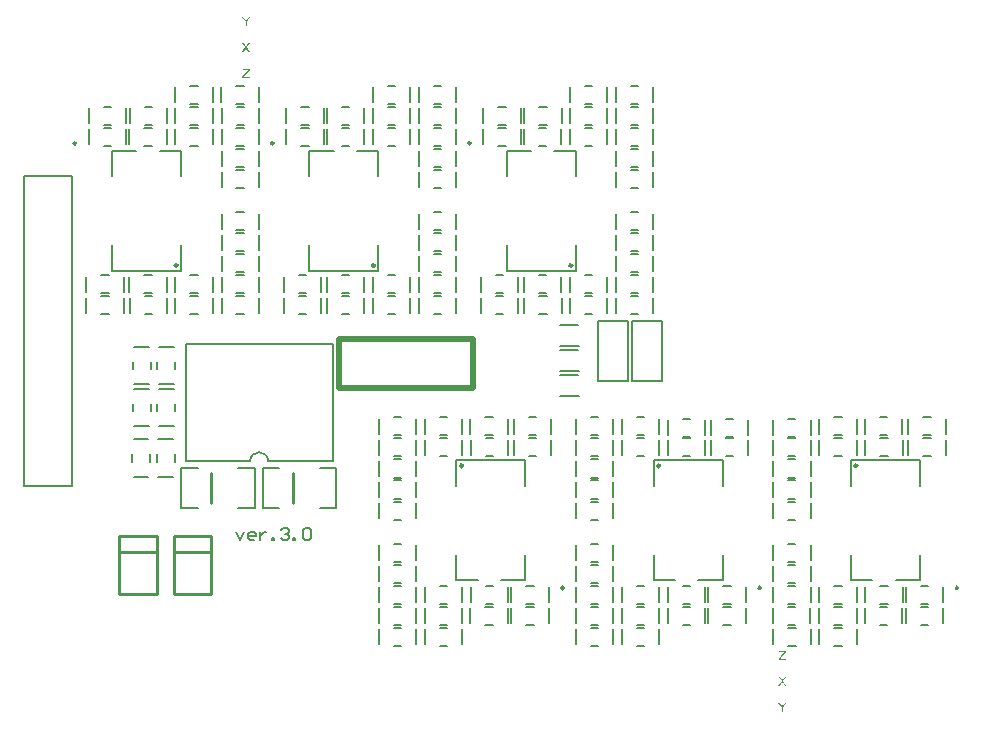
<source format=gto>
G04*
G04 #@! TF.GenerationSoftware,Altium Limited,Altium Designer,22.1.2 (22)*
G04*
G04 Layer_Color=439754*
%FSAX42Y42*%
%MOMM*%
G71*
G04*
G04 #@! TF.SameCoordinates,0EE806D4-B871-489F-9783-670BAA343DA3*
G04*
G04*
G04 #@! TF.FilePolarity,Positive*
G04*
G01*
G75*
%ADD10C,0.25*%
%ADD11C,0.25*%
%ADD12C,0.15*%
%ADD13C,0.20*%
%ADD14C,0.15*%
%ADD15C,0.50*%
G36*
X002130Y006145D02*
Y006113D01*
X002120D01*
Y006145D01*
X002090Y006190D01*
X002101D01*
X002116Y006167D01*
X002118Y006164D01*
X002120Y006162D01*
X002121Y006159D01*
X002122Y006158D01*
X002122Y006157D01*
X002123Y006157D01*
X002123Y006156D01*
X002124Y006155D01*
X002124Y006155D01*
X002124Y006154D01*
X002125Y006154D01*
X002125Y006154D01*
X002125Y006154D01*
X002126Y006156D01*
X002127Y006158D01*
X002129Y006160D01*
X002130Y006162D01*
X002131Y006163D01*
X002131Y006164D01*
X002131Y006165D01*
X002132Y006165D01*
X002132Y006166D01*
X002132Y006166D01*
X002132Y006166D01*
X002133Y006166D01*
X002148Y006190D01*
X002160D01*
X002130Y006145D01*
D02*
G37*
G36*
X002130Y005933D02*
X002160Y005893D01*
X002148D01*
X002128Y005919D01*
X002128Y005920D01*
X002127Y005921D01*
X002126Y005923D01*
X002125Y005924D01*
X002125Y005924D01*
X002125Y005925D01*
X002125Y005925D01*
Y005925D01*
X002123Y005923D01*
X002123Y005922D01*
X002122Y005922D01*
X002122Y005921D01*
X002122Y005921D01*
X002122Y005920D01*
X002121Y005920D01*
X002102Y005893D01*
X002090D01*
X002118Y005933D01*
X002092Y005970D01*
X002103D01*
X002118Y005949D01*
X002119Y005948D01*
X002121Y005946D01*
X002122Y005944D01*
X002122Y005943D01*
X002123Y005942D01*
X002124Y005941D01*
X002124Y005941D01*
X002124Y005941D01*
X002124Y005941D01*
Y005941D01*
X002125Y005942D01*
X002126Y005943D01*
X002127Y005945D01*
X002128Y005947D01*
X002129Y005948D01*
X002129Y005948D01*
X002130Y005949D01*
X002130Y005949D01*
X002130Y005950D01*
X002130Y005950D01*
X002130Y005950D01*
X002144Y005970D01*
X002157D01*
X002130Y005933D01*
D02*
G37*
G36*
X002154Y005741D02*
X002111Y005687D01*
X002106Y005682D01*
X002155D01*
Y005673D01*
X002094D01*
Y005682D01*
X002134Y005731D01*
X002134Y005731D01*
X002134Y005732D01*
X002134Y005732D01*
X002134Y005732D01*
X002135Y005733D01*
X002135Y005733D01*
X002136Y005735D01*
X002137Y005736D01*
X002139Y005738D01*
X002140Y005739D01*
X002142Y005741D01*
X002099D01*
Y005750D01*
X002154D01*
Y005741D01*
D02*
G37*
G36*
X006694Y000816D02*
X006650Y000762D01*
X006646Y000757D01*
X006695D01*
Y000748D01*
X006634D01*
Y000757D01*
X006673Y000807D01*
X006673Y000807D01*
X006674Y000807D01*
X006674Y000807D01*
X006674Y000807D01*
X006674Y000808D01*
X006675Y000808D01*
X006676Y000810D01*
X006677Y000811D01*
X006679Y000813D01*
X006680Y000814D01*
X006681Y000816D01*
X006638D01*
Y000825D01*
X006694D01*
Y000816D01*
D02*
G37*
G36*
X006672Y000568D02*
X006700Y000528D01*
X006688D01*
X006669Y000555D01*
X006668Y000555D01*
X006668Y000556D01*
X006668Y000556D01*
X006668Y000557D01*
X006667Y000558D01*
X006667Y000558D01*
X006665Y000560D01*
Y000560D01*
X006665Y000560D01*
X006665Y000559D01*
X006665Y000559D01*
X006664Y000558D01*
X006663Y000556D01*
X006662Y000555D01*
X006662Y000555D01*
X006642Y000528D01*
X006630D01*
X006660Y000568D01*
X006633Y000605D01*
X006646D01*
X006660Y000585D01*
X006660Y000585D01*
X006660Y000585D01*
X006660Y000585D01*
X006660Y000584D01*
X006661Y000584D01*
X006661Y000583D01*
X006662Y000582D01*
X006663Y000580D01*
X006664Y000579D01*
X006665Y000577D01*
X006666Y000576D01*
Y000576D01*
X006666Y000576D01*
X006666Y000576D01*
X006666Y000576D01*
X006667Y000577D01*
X006668Y000578D01*
X006668Y000580D01*
X006669Y000581D01*
X006671Y000583D01*
X006672Y000584D01*
X006687Y000605D01*
X006698D01*
X006672Y000568D01*
D02*
G37*
G36*
X006670Y000340D02*
Y000308D01*
X006660D01*
Y000340D01*
X006630Y000385D01*
X006642D01*
X006657Y000362D01*
X006658Y000362D01*
X006658Y000361D01*
X006658Y000361D01*
X006658Y000361D01*
X006659Y000360D01*
X006659Y000359D01*
X006659Y000358D01*
X006660Y000358D01*
X006661Y000356D01*
X006663Y000353D01*
X006664Y000351D01*
X006665Y000349D01*
X006665Y000349D01*
X006665Y000349D01*
X006666Y000349D01*
X006666Y000350D01*
X006666Y000350D01*
X006667Y000351D01*
X006667Y000352D01*
X006668Y000353D01*
X006668Y000354D01*
X006669Y000355D01*
X006670Y000357D01*
X006672Y000359D01*
X006674Y000362D01*
X006689Y000385D01*
X006700D01*
X006670Y000340D01*
D02*
G37*
D10*
X007300Y002390D02*
G03*
X007300Y002390I-000012J000000D01*
G01*
X005630D02*
G03*
X005630Y002390I-000012J000000D01*
G01*
X003960D02*
G03*
X003960Y002390I-000012J000000D01*
G01*
X004885Y004086D02*
G03*
X004885Y004086I-000012J000000D01*
G01*
X001545D02*
G03*
X001545Y004086I-000012J000000D01*
G01*
X003215D02*
G03*
X003215Y004086I-000012J000000D01*
G01*
D11*
X008154Y001355D02*
G03*
X008154Y001355I-000010J000000D01*
G01*
X006484D02*
G03*
X006484Y001355I-000010J000000D01*
G01*
X004814D02*
G03*
X004814Y001355I-000010J000000D01*
G01*
X004026Y005121D02*
G03*
X004026Y005121I-000010J000000D01*
G01*
X000686D02*
G03*
X000686Y005121I-000010J000000D01*
G01*
X002356D02*
G03*
X002356Y005121I-000010J000000D01*
G01*
X001511Y001301D02*
Y001656D01*
Y001301D02*
X001828D01*
Y001656D01*
X001511D02*
Y001796D01*
Y001656D02*
X001828D01*
Y001796D01*
X001511D02*
X001828D01*
X001052D02*
X001369D01*
X001052Y001656D02*
Y001796D01*
Y001656D02*
X001369D01*
Y001796D01*
X001052Y001301D02*
Y001656D01*
Y001301D02*
X001369D01*
Y001656D01*
X002519Y002073D02*
Y002327D01*
X001829Y002073D02*
Y002327D01*
D12*
X002311Y002428D02*
G03*
X002159Y002428I-000076J000000D01*
G01*
X001613D02*
X002159D01*
X002311D02*
X002858D01*
X001613Y003418D02*
X002858D01*
Y002428D02*
Y003418D01*
X001613Y002428D02*
Y003418D01*
D13*
X007246Y002220D02*
Y002438D01*
X007829Y002220D02*
Y002438D01*
Y001422D02*
Y001635D01*
X007246Y001422D02*
Y001635D01*
X007624Y001422D02*
X007829D01*
X007246Y002438D02*
X007829D01*
X007246Y001422D02*
X007427D01*
X005576D02*
X005757D01*
X005576Y002438D02*
X006159D01*
X005954Y001422D02*
X006159D01*
X005576D02*
Y001635D01*
X006159Y001422D02*
Y001635D01*
Y002220D02*
Y002438D01*
X005576Y002220D02*
Y002438D01*
X003906Y002220D02*
Y002438D01*
X004489Y002220D02*
Y002438D01*
Y001422D02*
Y001635D01*
X003906Y001422D02*
Y001635D01*
X004284Y001422D02*
X004489D01*
X003906Y002438D02*
X004489D01*
X003906Y001422D02*
X004087D01*
X004733Y005054D02*
X004914D01*
X004331Y004038D02*
X004914D01*
X004331Y005054D02*
X004536D01*
X004914Y004841D02*
Y005054D01*
X004331Y004841D02*
Y005054D01*
Y004038D02*
Y004256D01*
X004914Y004038D02*
Y004256D01*
X001574Y004038D02*
Y004256D01*
X000991Y004038D02*
Y004256D01*
Y004841D02*
Y005054D01*
X001574Y004841D02*
Y005054D01*
X000991D02*
X001196D01*
X000991Y004038D02*
X001574D01*
X001393Y005054D02*
X001574D01*
X003063D02*
X003244D01*
X002661Y004038D02*
X003244D01*
X002661Y005054D02*
X002866D01*
X003244Y004841D02*
Y005054D01*
X002661Y004841D02*
Y005054D01*
Y004038D02*
Y004256D01*
X003244Y004038D02*
Y004256D01*
X005105Y003109D02*
Y003617D01*
X005355Y003110D02*
Y003617D01*
X005105Y003109D02*
X005354D01*
X005105Y003617D02*
X005355D01*
X005395D02*
X005645D01*
X005395Y003109D02*
X005644D01*
X005645Y003110D02*
Y003617D01*
X005395Y003109D02*
Y003617D01*
X004780Y003372D02*
X004939Y003373D01*
X004780Y003192D02*
X004940D01*
X004780Y003582D02*
X004939Y003583D01*
X004780Y003402D02*
X004940D01*
X004780Y003160D02*
X004939Y003161D01*
X004780Y002980D02*
X004940D01*
X002265Y002030D02*
Y002370D01*
Y002030D02*
X002404D01*
X002265Y002370D02*
X002404D01*
X002887Y002030D02*
Y002370D01*
X002747D02*
X002887D01*
X002747Y002030D02*
X002887D01*
X001575D02*
Y002370D01*
Y002030D02*
X001714D01*
X001575Y002370D02*
X001714D01*
X002197Y002030D02*
Y002370D01*
X002057D02*
X002197D01*
X002057Y002030D02*
X002197D01*
X002040Y001827D02*
X002073Y001760D01*
X002107Y001827D01*
X002190Y001760D02*
X002157D01*
X002140Y001777D01*
Y001810D01*
X002157Y001827D01*
X002190D01*
X002207Y001810D01*
Y001793D01*
X002140D01*
X002240Y001827D02*
Y001760D01*
Y001793D01*
X002257Y001810D01*
X002273Y001827D01*
X002290D01*
X002340Y001760D02*
Y001777D01*
X002357D01*
Y001760D01*
X002340D01*
X002423Y001843D02*
X002440Y001860D01*
X002473D01*
X002490Y001843D01*
Y001827D01*
X002473Y001810D01*
X002457D01*
X002473D01*
X002490Y001793D01*
Y001777D01*
X002473Y001760D01*
X002440D01*
X002423Y001777D01*
X002523Y001760D02*
Y001777D01*
X002540D01*
Y001760D01*
X002523D01*
X002606Y001843D02*
X002623Y001860D01*
X002656D01*
X002673Y001843D01*
Y001777D01*
X002656Y001760D01*
X002623D01*
X002606Y001777D01*
Y001843D01*
D14*
X004240Y004001D02*
X004304D01*
X004240Y003849D02*
X004304D01*
X004113Y003862D02*
Y003989D01*
X004431Y003862D02*
Y003989D01*
X006166Y001221D02*
X006230D01*
X006166Y001373D02*
X006230D01*
X006357Y001233D02*
Y001360D01*
X006039Y001233D02*
Y001360D01*
X006713Y001042D02*
X006776D01*
X006713Y001195D02*
X006776D01*
X006903Y001055D02*
Y001182D01*
X006586Y001055D02*
Y001182D01*
X007836Y001042D02*
X007900D01*
X007836Y001195D02*
X007900D01*
X008026Y001055D02*
Y001182D01*
X007709Y001055D02*
Y001182D01*
X007836Y001221D02*
X007900D01*
X007836Y001373D02*
X007900D01*
X008027Y001233D02*
Y001360D01*
X007709Y001233D02*
Y001360D01*
X006713Y002112D02*
X006776D01*
X006713Y002265D02*
X006776D01*
X006904Y002125D02*
Y002252D01*
X006586Y002125D02*
Y002252D01*
X007491Y001042D02*
X007554D01*
X007491Y001195D02*
X007554D01*
X007681Y001055D02*
Y001182D01*
X007364Y001055D02*
Y001182D01*
X006713Y001551D02*
X006776D01*
X006713Y001399D02*
X006776D01*
X006586Y001412D02*
Y001539D01*
X006904Y001412D02*
Y001539D01*
X007493Y001373D02*
X007557D01*
X007493Y001221D02*
X007557D01*
X007366Y001233D02*
Y001360D01*
X007684Y001233D02*
Y001360D01*
X007856Y002647D02*
X007920D01*
X007856Y002799D02*
X007920D01*
X008047Y002660D02*
Y002787D01*
X007729Y002660D02*
Y002787D01*
X007856Y002469D02*
X007920D01*
X007856Y002621D02*
X007920D01*
X008047Y002481D02*
Y002608D01*
X007729Y002481D02*
Y002608D01*
X007103Y000864D02*
X007166D01*
X007103Y001016D02*
X007166D01*
X007293Y000877D02*
Y001004D01*
X006976Y000877D02*
Y001004D01*
X007103Y001195D02*
X007166D01*
X007103Y001042D02*
X007166D01*
X006976Y001055D02*
Y001182D01*
X007293Y001055D02*
Y001182D01*
X006713Y001373D02*
X006776D01*
X006713Y001221D02*
X006776D01*
X006586Y001233D02*
Y001360D01*
X006904Y001233D02*
Y001360D01*
X007490Y002799D02*
X007554D01*
X007490Y002647D02*
X007554D01*
X007363Y002660D02*
Y002787D01*
X007681Y002660D02*
Y002787D01*
X006713Y002290D02*
X006776D01*
X006713Y002443D02*
X006776D01*
X006904Y002303D02*
Y002430D01*
X006586Y002303D02*
Y002430D01*
X007104Y002799D02*
X007167D01*
X007104Y002647D02*
X007167D01*
X006976Y002660D02*
Y002787D01*
X007294Y002660D02*
Y002787D01*
X006713Y002789D02*
X006776D01*
X006713Y002637D02*
X006776D01*
X006586Y002650D02*
Y002777D01*
X006904Y002650D02*
Y002777D01*
X006713Y001577D02*
X006776D01*
X006713Y001730D02*
X006776D01*
X006904Y001590D02*
Y001717D01*
X006586Y001590D02*
Y001717D01*
X006713Y000864D02*
X006777D01*
X006713Y001016D02*
X006777D01*
X006904Y000877D02*
Y001004D01*
X006586Y000877D02*
Y001004D01*
X007104Y001221D02*
X007167D01*
X007104Y001373D02*
X007167D01*
X007294Y001233D02*
Y001360D01*
X006976Y001233D02*
Y001360D01*
X007493Y002469D02*
X007557D01*
X007493Y002621D02*
X007557D01*
X007684Y002481D02*
Y002608D01*
X007366Y002481D02*
Y002608D01*
X007103Y002469D02*
X007167D01*
X007103Y002621D02*
X007167D01*
X007294Y002481D02*
Y002608D01*
X006976Y002481D02*
Y002608D01*
X006713Y002469D02*
X006776D01*
X006713Y002621D02*
X006776D01*
X006904Y002481D02*
Y002608D01*
X006586Y002481D02*
Y002608D01*
X006713Y002086D02*
X006776D01*
X006713Y001934D02*
X006776D01*
X006586Y001947D02*
Y002074D01*
X006904Y001947D02*
Y002074D01*
X000247Y004847D02*
X000647D01*
X000247Y002219D02*
Y004847D01*
X000647Y002219D02*
Y004847D01*
X000247Y002219D02*
X000647D01*
X005306Y000877D02*
Y001004D01*
X005623Y000877D02*
Y001004D01*
X005433Y001016D02*
X005496D01*
X005433Y000864D02*
X005496D01*
X004369Y001055D02*
Y001182D01*
X004687Y001055D02*
Y001182D01*
X004496Y001195D02*
X004560D01*
X004496Y001042D02*
X004560D01*
X004369Y001233D02*
Y001360D01*
X004687Y001233D02*
Y001360D01*
X004496Y001373D02*
X004560D01*
X004496Y001221D02*
X004560D01*
X003246Y002125D02*
Y002252D01*
X003563Y002125D02*
Y002252D01*
X003373Y002265D02*
X003437D01*
X003373Y002112D02*
X003437D01*
X003637Y001233D02*
Y001360D01*
X003954Y001233D02*
Y001360D01*
X003763Y001373D02*
X003827D01*
X003763Y001221D02*
X003827D01*
X003563Y001947D02*
Y002074D01*
X003246Y001947D02*
Y002074D01*
X003373Y001934D02*
X003437D01*
X003373Y002086D02*
X003437D01*
X003246Y001590D02*
Y001717D01*
X003563Y001590D02*
Y001717D01*
X003373Y001730D02*
X003437D01*
X003373Y001577D02*
X003437D01*
X004024Y001055D02*
Y001182D01*
X004341Y001055D02*
Y001182D01*
X004151Y001195D02*
X004214D01*
X004151Y001042D02*
X004214D01*
X003246Y000877D02*
Y001004D01*
X003564Y000877D02*
Y001004D01*
X003373Y001016D02*
X003437D01*
X003373Y000864D02*
X003437D01*
X003563Y001412D02*
Y001539D01*
X003246Y001412D02*
Y001539D01*
X003373Y001399D02*
X003437D01*
X003373Y001551D02*
X003437D01*
X004344Y001233D02*
Y001360D01*
X004026Y001233D02*
Y001360D01*
X004153Y001221D02*
X004217D01*
X004153Y001373D02*
X004217D01*
X004389Y002481D02*
Y002608D01*
X004707Y002481D02*
Y002608D01*
X004516Y002621D02*
X004580D01*
X004516Y002469D02*
X004580D01*
X003953Y001055D02*
Y001182D01*
X003636Y001055D02*
Y001182D01*
X003763Y001042D02*
X003826D01*
X003763Y001195D02*
X003826D01*
X004341Y002660D02*
Y002787D01*
X004023Y002660D02*
Y002787D01*
X004150Y002647D02*
X004214D01*
X004150Y002799D02*
X004214D01*
X003954Y002660D02*
Y002787D01*
X003637Y002660D02*
Y002787D01*
X003763Y002647D02*
X003827D01*
X003763Y002799D02*
X003827D01*
X003636Y002481D02*
Y002608D01*
X003954Y002481D02*
Y002608D01*
X003763Y002621D02*
X003827D01*
X003763Y002469D02*
X003827D01*
X003246Y002481D02*
Y002608D01*
X003563Y002481D02*
Y002608D01*
X003373Y002621D02*
X003437D01*
X003373Y002469D02*
X003437D01*
X004389Y002660D02*
Y002787D01*
X004707Y002660D02*
Y002787D01*
X004516Y002799D02*
X004580D01*
X004516Y002647D02*
X004580D01*
X003246Y001055D02*
Y001182D01*
X003563Y001055D02*
Y001182D01*
X003373Y001195D02*
X003436D01*
X003373Y001042D02*
X003436D01*
X003636Y000877D02*
Y001004D01*
X003953Y000877D02*
Y001004D01*
X003763Y001016D02*
X003826D01*
X003763Y000864D02*
X003826D01*
X003563Y001233D02*
Y001360D01*
X003246Y001233D02*
Y001360D01*
X003373Y001221D02*
X003437D01*
X003373Y001373D02*
X003437D01*
X003246Y002303D02*
Y002430D01*
X003563Y002303D02*
Y002430D01*
X003373Y002443D02*
X003437D01*
X003373Y002290D02*
X003437D01*
X003563Y002660D02*
Y002787D01*
X003246Y002660D02*
Y002787D01*
X003373Y002647D02*
X003437D01*
X003373Y002799D02*
X003437D01*
X004026Y002481D02*
Y002608D01*
X004344Y002481D02*
Y002608D01*
X004153Y002621D02*
X004217D01*
X004153Y002469D02*
X004217D01*
X001159Y002423D02*
Y002486D01*
X001311Y002423D02*
Y002486D01*
X001172Y002296D02*
X001298D01*
X001172Y002614D02*
X001298D01*
X001381Y002296D02*
X001509D01*
X001381Y002614D02*
X001509D01*
X001369Y002423D02*
Y002486D01*
X001521Y002423D02*
Y002486D01*
X001316Y002851D02*
Y002914D01*
X001164Y002851D02*
Y002914D01*
X001177Y003041D02*
X001303D01*
X001177Y002724D02*
X001303D01*
X001164Y003208D02*
Y003272D01*
X001316Y003208D02*
Y003272D01*
X001177Y003081D02*
X001303D01*
X001177Y003399D02*
X001303D01*
X006039Y001055D02*
Y001182D01*
X006356Y001055D02*
Y001182D01*
X006166Y001195D02*
X006229D01*
X006166Y001042D02*
X006229D01*
X004916Y002125D02*
Y002252D01*
X005233Y002125D02*
Y002252D01*
X005043Y002265D02*
X005106D01*
X005043Y002112D02*
X005106D01*
X004916Y000877D02*
Y001004D01*
X005234Y000877D02*
Y001004D01*
X005043Y001016D02*
X005107D01*
X005043Y000864D02*
X005107D01*
X005233Y001412D02*
Y001539D01*
X004916Y001412D02*
Y001539D01*
X005043Y001399D02*
X005106D01*
X005043Y001551D02*
X005106D01*
X006014Y001233D02*
Y001360D01*
X005696Y001233D02*
Y001360D01*
X005823Y001221D02*
X005887D01*
X005823Y001373D02*
X005887D01*
X006059Y002650D02*
Y002777D01*
X006377Y002650D02*
Y002777D01*
X006186Y002789D02*
X006250D01*
X006186Y002637D02*
X006250D01*
X006059Y002481D02*
Y002608D01*
X006377Y002481D02*
Y002608D01*
X006186Y002621D02*
X006250D01*
X006186Y002469D02*
X006250D01*
X004916Y001055D02*
Y001182D01*
X005233Y001055D02*
Y001182D01*
X005043Y001195D02*
X005106D01*
X005043Y001042D02*
X005106D01*
X005623Y001055D02*
Y001182D01*
X005306Y001055D02*
Y001182D01*
X005433Y001042D02*
X005496D01*
X005433Y001195D02*
X005496D01*
X005233Y001233D02*
Y001360D01*
X004916Y001233D02*
Y001360D01*
X005043Y001221D02*
X005106D01*
X005043Y001373D02*
X005106D01*
X006011Y002650D02*
Y002777D01*
X005693Y002650D02*
Y002777D01*
X005820Y002637D02*
X005884D01*
X005820Y002789D02*
X005884D01*
X004916Y002303D02*
Y002430D01*
X005233Y002303D02*
Y002430D01*
X005043Y002443D02*
X005106D01*
X005043Y002290D02*
X005106D01*
X005624Y002660D02*
Y002787D01*
X005306Y002660D02*
Y002787D01*
X005433Y002647D02*
X005497D01*
X005433Y002799D02*
X005497D01*
X005233Y002660D02*
Y002787D01*
X004916Y002660D02*
Y002787D01*
X005043Y002647D02*
X005106D01*
X005043Y002799D02*
X005106D01*
X005696Y002481D02*
Y002608D01*
X006014Y002481D02*
Y002608D01*
X005823Y002621D02*
X005887D01*
X005823Y002469D02*
X005887D01*
X005306Y002481D02*
Y002608D01*
X005624Y002481D02*
Y002608D01*
X005433Y002621D02*
X005497D01*
X005433Y002469D02*
X005497D01*
X004916Y002481D02*
Y002608D01*
X005233Y002481D02*
Y002608D01*
X005043Y002621D02*
X005106D01*
X005043Y002469D02*
X005106D01*
X005233Y001947D02*
Y002074D01*
X004916Y001947D02*
Y002074D01*
X005043Y001934D02*
X005106D01*
X005043Y002086D02*
X005106D01*
X004916Y001590D02*
Y001717D01*
X005233Y001590D02*
Y001717D01*
X005043Y001730D02*
X005106D01*
X005043Y001577D02*
X005106D01*
X005694Y001055D02*
Y001182D01*
X006011Y001055D02*
Y001182D01*
X005821Y001195D02*
X005884D01*
X005821Y001042D02*
X005884D01*
X005306Y001233D02*
Y001360D01*
X005624Y001233D02*
Y001360D01*
X005433Y001373D02*
X005497D01*
X005433Y001221D02*
X005497D01*
X001526Y003208D02*
Y003272D01*
X001374Y003208D02*
Y003272D01*
X001386Y003399D02*
X001514D01*
X001386Y003081D02*
X001514D01*
X001526Y002851D02*
Y002914D01*
X001374Y002851D02*
Y002914D01*
X001386Y003041D02*
X001514D01*
X001386Y002724D02*
X001514D01*
X001844Y003862D02*
Y003989D01*
X001526Y003862D02*
Y003989D01*
X001653Y003849D02*
X001717D01*
X001653Y004001D02*
X001717D01*
X002234Y003862D02*
Y003989D01*
X001917Y003862D02*
Y003989D01*
X002043Y003849D02*
X002107D01*
X002043Y004001D02*
X002107D01*
X001454Y003862D02*
Y003989D01*
X001136Y003862D02*
Y003989D01*
X001263Y003849D02*
X001327D01*
X001263Y004001D02*
X001327D01*
X002234Y005466D02*
Y005593D01*
X001916Y005466D02*
Y005593D01*
X002043Y005454D02*
X002107D01*
X002043Y005606D02*
X002107D01*
X001456Y005288D02*
Y005415D01*
X001139Y005288D02*
Y005415D01*
X001266Y005275D02*
X001329D01*
X001266Y005428D02*
X001329D01*
X002234Y004753D02*
Y004880D01*
X001917Y004753D02*
Y004880D01*
X002043Y004740D02*
X002107D01*
X002043Y004893D02*
X002107D01*
X001917Y003683D02*
Y003810D01*
X002234Y003683D02*
Y003810D01*
X002043Y003823D02*
X002107D01*
X002043Y003671D02*
X002107D01*
X001526Y003683D02*
Y003810D01*
X001843Y003683D02*
Y003810D01*
X001653Y003823D02*
X001716D01*
X001653Y003671D02*
X001716D01*
X002234Y004040D02*
Y004167D01*
X001917Y004040D02*
Y004167D01*
X002043Y004027D02*
X002107D01*
X002043Y004180D02*
X002107D01*
X001139Y003683D02*
Y003810D01*
X001457Y003683D02*
Y003810D01*
X001266Y003823D02*
X001330D01*
X001266Y003671D02*
X001330D01*
X001917Y005110D02*
Y005237D01*
X002234Y005110D02*
Y005237D01*
X002043Y005249D02*
X002107D01*
X002043Y005097D02*
X002107D01*
X001527Y005288D02*
Y005415D01*
X001844Y005288D02*
Y005415D01*
X001654Y005428D02*
X001717D01*
X001654Y005275D02*
X001717D01*
X001844Y005466D02*
Y005593D01*
X001527Y005466D02*
Y005593D01*
X001654Y005454D02*
X001717D01*
X001654Y005606D02*
X001717D01*
X002234Y005288D02*
Y005415D01*
X001917Y005288D02*
Y005415D01*
X002044Y005275D02*
X002107D01*
X002044Y005428D02*
X002107D01*
X001091Y003862D02*
Y003989D01*
X000773Y003862D02*
Y003989D01*
X000900Y003849D02*
X000964D01*
X000900Y004001D02*
X000964D01*
X001091Y003683D02*
Y003810D01*
X000773Y003683D02*
Y003810D01*
X000900Y003671D02*
X000964D01*
X000900Y003823D02*
X000964D01*
X001136Y005110D02*
Y005237D01*
X001454Y005110D02*
Y005237D01*
X001263Y005249D02*
X001327D01*
X001263Y005097D02*
X001327D01*
X001917Y004931D02*
Y005058D01*
X002234Y004931D02*
Y005058D01*
X002043Y005071D02*
X002107D01*
X002043Y004919D02*
X002107D01*
X003514Y003862D02*
Y003989D01*
X003196Y003862D02*
Y003989D01*
X003323Y003849D02*
X003387D01*
X003323Y004001D02*
X003387D01*
X003904Y003862D02*
Y003989D01*
X003587Y003862D02*
Y003989D01*
X003713Y003849D02*
X003777D01*
X003713Y004001D02*
X003777D01*
X003124Y003862D02*
Y003989D01*
X002806Y003862D02*
Y003989D01*
X002933Y003849D02*
X002997D01*
X002933Y004001D02*
X002997D01*
X003904Y005466D02*
Y005593D01*
X003586Y005466D02*
Y005593D01*
X003713Y005454D02*
X003777D01*
X003713Y005606D02*
X003777D01*
X003126Y005288D02*
Y005415D01*
X002809Y005288D02*
Y005415D01*
X002936Y005275D02*
X002999D01*
X002936Y005428D02*
X002999D01*
X003904Y004753D02*
Y004880D01*
X003587Y004753D02*
Y004880D01*
X003713Y004740D02*
X003777D01*
X003713Y004893D02*
X003777D01*
X003587Y003683D02*
Y003810D01*
X003904Y003683D02*
Y003810D01*
X003713Y003823D02*
X003777D01*
X003713Y003671D02*
X003777D01*
X003196Y003683D02*
Y003810D01*
X003513Y003683D02*
Y003810D01*
X003323Y003823D02*
X003387D01*
X003323Y003671D02*
X003387D01*
X003904Y004040D02*
Y004167D01*
X003587Y004040D02*
Y004167D01*
X003713Y004027D02*
X003777D01*
X003713Y004180D02*
X003777D01*
X002809Y003683D02*
Y003810D01*
X003127Y003683D02*
Y003810D01*
X002936Y003823D02*
X003000D01*
X002936Y003671D02*
X003000D01*
X003587Y005110D02*
Y005237D01*
X003904Y005110D02*
Y005237D01*
X003713Y005249D02*
X003777D01*
X003713Y005097D02*
X003777D01*
X003197Y005288D02*
Y005415D01*
X003514Y005288D02*
Y005415D01*
X003324Y005428D02*
X003387D01*
X003324Y005275D02*
X003387D01*
X003514Y005466D02*
Y005593D01*
X003197Y005466D02*
Y005593D01*
X003324Y005454D02*
X003387D01*
X003324Y005606D02*
X003387D01*
X003904Y005288D02*
Y005415D01*
X003587Y005288D02*
Y005415D01*
X003714Y005275D02*
X003777D01*
X003714Y005428D02*
X003777D01*
X002761Y003862D02*
Y003989D01*
X002443Y003862D02*
Y003989D01*
X002570Y003849D02*
X002634D01*
X002570Y004001D02*
X002634D01*
X002761Y003683D02*
Y003810D01*
X002443Y003683D02*
Y003810D01*
X002570Y003671D02*
X002634D01*
X002570Y003823D02*
X002634D01*
X002806Y005110D02*
Y005237D01*
X003124Y005110D02*
Y005237D01*
X002933Y005249D02*
X002997D01*
X002933Y005097D02*
X002997D01*
X003587Y004931D02*
Y005058D01*
X003904Y004931D02*
Y005058D01*
X003713Y005071D02*
X003777D01*
X003713Y004919D02*
X003777D01*
X002781Y005288D02*
Y005415D01*
X002464Y005288D02*
Y005415D01*
X002591Y005275D02*
X002654D01*
X002591Y005428D02*
X002654D01*
X002781Y005110D02*
Y005237D01*
X002463Y005110D02*
Y005237D01*
X002590Y005097D02*
X002654D01*
X002590Y005249D02*
X002654D01*
X003904Y004218D02*
Y004345D01*
X003587Y004218D02*
Y004345D01*
X003713Y004206D02*
X003777D01*
X003713Y004358D02*
X003777D01*
X003513Y005110D02*
Y005237D01*
X003196Y005110D02*
Y005237D01*
X003323Y005097D02*
X003387D01*
X003323Y005249D02*
X003387D01*
X003587Y004397D02*
Y004524D01*
X003904Y004397D02*
Y004524D01*
X003713Y004536D02*
X003777D01*
X003713Y004384D02*
X003777D01*
X001111Y005288D02*
Y005415D01*
X000793Y005288D02*
Y005415D01*
X000920Y005275D02*
X000984D01*
X000920Y005428D02*
X000984D01*
X001111Y005110D02*
Y005237D01*
X000793Y005110D02*
Y005237D01*
X000920Y005097D02*
X000984D01*
X000920Y005249D02*
X000984D01*
X002234Y004218D02*
Y004345D01*
X001917Y004218D02*
Y004345D01*
X002043Y004206D02*
X002107D01*
X002043Y004358D02*
X002107D01*
X001843Y005110D02*
Y005237D01*
X001526Y005110D02*
Y005237D01*
X001653Y005097D02*
X001717D01*
X001653Y005249D02*
X001717D01*
X001917Y004397D02*
Y004524D01*
X002234Y004397D02*
Y004524D01*
X002043Y004536D02*
X002107D01*
X002043Y004384D02*
X002107D01*
X005256Y004931D02*
Y005058D01*
X005574Y004931D02*
Y005058D01*
X005383Y005071D02*
X005447D01*
X005383Y004919D02*
X005447D01*
X004476Y005110D02*
Y005237D01*
X004794Y005110D02*
Y005237D01*
X004603Y005249D02*
X004667D01*
X004603Y005097D02*
X004667D01*
X004431Y003683D02*
Y003810D01*
X004113Y003683D02*
Y003810D01*
X004240Y003671D02*
X004304D01*
X004240Y003823D02*
X004304D01*
X005574Y005288D02*
Y005415D01*
X005257Y005288D02*
Y005415D01*
X005384Y005275D02*
X005447D01*
X005384Y005428D02*
X005447D01*
X005184Y005466D02*
Y005593D01*
X004867Y005466D02*
Y005593D01*
X004994Y005454D02*
X005057D01*
X004994Y005606D02*
X005057D01*
X004867Y005288D02*
Y005415D01*
X005184Y005288D02*
Y005415D01*
X004994Y005428D02*
X005057D01*
X004994Y005275D02*
X005057D01*
X005256Y005110D02*
Y005237D01*
X005574Y005110D02*
Y005237D01*
X005383Y005249D02*
X005447D01*
X005383Y005097D02*
X005447D01*
X004479Y003683D02*
Y003810D01*
X004797Y003683D02*
Y003810D01*
X004606Y003823D02*
X004670D01*
X004606Y003671D02*
X004670D01*
X004451Y005288D02*
Y005415D01*
X004133Y005288D02*
Y005415D01*
X004260Y005275D02*
X004324D01*
X004260Y005428D02*
X004324D01*
X004451Y005110D02*
Y005237D01*
X004133Y005110D02*
Y005237D01*
X004260Y005097D02*
X004324D01*
X004260Y005249D02*
X004324D01*
X005574Y004040D02*
Y004167D01*
X005256Y004040D02*
Y004167D01*
X005383Y004027D02*
X005447D01*
X005383Y004180D02*
X005447D01*
X004866Y003683D02*
Y003810D01*
X005183Y003683D02*
Y003810D01*
X004993Y003823D02*
X005056D01*
X004993Y003671D02*
X005056D01*
X005256Y003683D02*
Y003810D01*
X005574Y003683D02*
Y003810D01*
X005383Y003823D02*
X005447D01*
X005383Y003671D02*
X005447D01*
X005574Y004218D02*
Y004345D01*
X005256Y004218D02*
Y004345D01*
X005383Y004206D02*
X005447D01*
X005383Y004358D02*
X005447D01*
X005574Y004753D02*
Y004880D01*
X005256Y004753D02*
Y004880D01*
X005383Y004740D02*
X005447D01*
X005383Y004893D02*
X005447D01*
X004796Y005288D02*
Y005415D01*
X004479Y005288D02*
Y005415D01*
X004606Y005275D02*
X004669D01*
X004606Y005428D02*
X004669D01*
X005574Y005466D02*
Y005593D01*
X005256Y005466D02*
Y005593D01*
X005383Y005454D02*
X005447D01*
X005383Y005606D02*
X005447D01*
X005183Y005110D02*
Y005237D01*
X004866Y005110D02*
Y005237D01*
X004993Y005097D02*
X005056D01*
X004993Y005249D02*
X005056D01*
X004794Y003862D02*
Y003989D01*
X004476Y003862D02*
Y003989D01*
X004603Y003849D02*
X004667D01*
X004603Y004001D02*
X004667D01*
X005574Y003862D02*
Y003989D01*
X005256Y003862D02*
Y003989D01*
X005383Y003849D02*
X005447D01*
X005383Y004001D02*
X005447D01*
X005184Y003862D02*
Y003989D01*
X004866Y003862D02*
Y003989D01*
X004993Y003849D02*
X005057D01*
X004993Y004001D02*
X005057D01*
X005256Y004397D02*
Y004524D01*
X005574Y004397D02*
Y004524D01*
X005383Y004536D02*
X005447D01*
X005383Y004384D02*
X005447D01*
D15*
X004042Y003045D02*
Y003465D01*
X002910Y003045D02*
X004042D01*
X002910Y003465D02*
X004042D01*
X002910Y003045D02*
Y003465D01*
M02*

</source>
